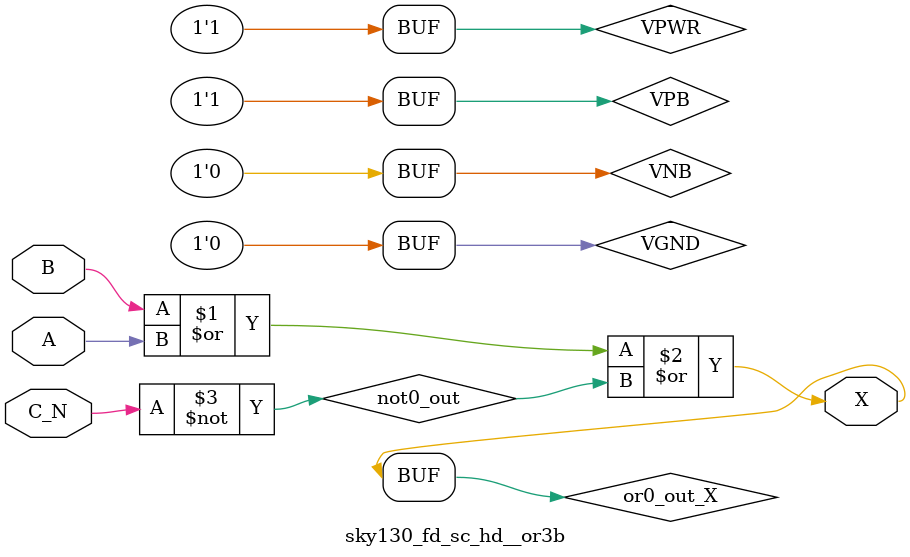
<source format=v>
/*
 * Copyright 2020 The SkyWater PDK Authors
 *
 * Licensed under the Apache License, Version 2.0 (the "License");
 * you may not use this file except in compliance with the License.
 * You may obtain a copy of the License at
 *
 *     https://www.apache.org/licenses/LICENSE-2.0
 *
 * Unless required by applicable law or agreed to in writing, software
 * distributed under the License is distributed on an "AS IS" BASIS,
 * WITHOUT WARRANTIES OR CONDITIONS OF ANY KIND, either express or implied.
 * See the License for the specific language governing permissions and
 * limitations under the License.
 *
 * SPDX-License-Identifier: Apache-2.0
*/


`ifndef SKY130_FD_SC_HD__OR3B_BEHAVIORAL_V
`define SKY130_FD_SC_HD__OR3B_BEHAVIORAL_V

/**
 * or3b: 3-input OR, first input inverted.
 *
 * Verilog simulation functional model.
 */

`timescale 1ns / 1ps
`default_nettype none

`celldefine
module sky130_fd_sc_hd__or3b (
    X  ,
    A  ,
    B  ,
    C_N
);

    // Module ports
    output X  ;
    input  A  ;
    input  B  ;
    input  C_N;

    // Module supplies
    supply1 VPWR;
    supply0 VGND;
    supply1 VPB ;
    supply0 VNB ;

    // Local signals
    wire not0_out ;
    wire or0_out_X;

    //  Name  Output     Other arguments
    not not0 (not0_out , C_N            );
    or  or0  (or0_out_X, B, A, not0_out );
    buf buf0 (X        , or0_out_X      );

endmodule
`endcelldefine

`default_nettype wire
`endif  // SKY130_FD_SC_HD__OR3B_BEHAVIORAL_V
</source>
